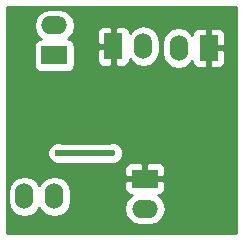
<source format=gtl>
G04 #@! TF.FileFunction,Copper,L1,Top,Signal*
%FSLAX46Y46*%
G04 Gerber Fmt 4.6, Leading zero omitted, Abs format (unit mm)*
G04 Created by KiCad (PCBNEW 0.201510241816+6277~30~ubuntu14.04.1-product) date 2015-10-26T15:41:35 CET*
%MOMM*%
G01*
G04 APERTURE LIST*
%ADD10C,0.100000*%
%ADD11R,2.197100X1.524000*%
%ADD12O,2.197100X1.524000*%
%ADD13R,1.524000X2.197100*%
%ADD14O,1.524000X2.197100*%
%ADD15O,1.524000X2.200000*%
%ADD16C,0.600000*%
%ADD17C,0.500000*%
%ADD18C,0.254000*%
G04 APERTURE END LIST*
D10*
D11*
X101993700Y-72707500D03*
D12*
X101993700Y-75247500D03*
D11*
X94335600Y-62280800D03*
D12*
X94335600Y-59740800D03*
D13*
X99314000Y-61493400D03*
D14*
X101854000Y-61493400D03*
D13*
X107391200Y-61645800D03*
D14*
X104851200Y-61645800D03*
D15*
X94335600Y-74218800D03*
X91795600Y-74218800D03*
D16*
X95885000Y-72390000D03*
X104267000Y-66230500D03*
X94678500Y-70548500D03*
X99250500Y-70548500D03*
D17*
X99250500Y-70548500D02*
X94678500Y-70548500D01*
D18*
G36*
X109678000Y-77293000D02*
X90347000Y-77293000D01*
X90347000Y-73846809D01*
X90398600Y-73846809D01*
X90398600Y-74590791D01*
X90504940Y-75125400D01*
X90807772Y-75578619D01*
X91260991Y-75881451D01*
X91795600Y-75987791D01*
X92330209Y-75881451D01*
X92783428Y-75578619D01*
X93065600Y-75156320D01*
X93347772Y-75578619D01*
X93800991Y-75881451D01*
X94335600Y-75987791D01*
X94870209Y-75881451D01*
X95323428Y-75578619D01*
X95544675Y-75247500D01*
X100226188Y-75247500D01*
X100332528Y-75782109D01*
X100635360Y-76235328D01*
X101088579Y-76538160D01*
X101623188Y-76644500D01*
X102364212Y-76644500D01*
X102898821Y-76538160D01*
X103352040Y-76235328D01*
X103654872Y-75782109D01*
X103761212Y-75247500D01*
X103654872Y-74712891D01*
X103352040Y-74259672D01*
X103119809Y-74104500D01*
X103218560Y-74104500D01*
X103451949Y-74007827D01*
X103630577Y-73829198D01*
X103727250Y-73595809D01*
X103727250Y-72993250D01*
X103568500Y-72834500D01*
X102120700Y-72834500D01*
X102120700Y-72854500D01*
X101866700Y-72854500D01*
X101866700Y-72834500D01*
X100418900Y-72834500D01*
X100260150Y-72993250D01*
X100260150Y-73595809D01*
X100356823Y-73829198D01*
X100535451Y-74007827D01*
X100768840Y-74104500D01*
X100867591Y-74104500D01*
X100635360Y-74259672D01*
X100332528Y-74712891D01*
X100226188Y-75247500D01*
X95544675Y-75247500D01*
X95626260Y-75125400D01*
X95732600Y-74590791D01*
X95732600Y-73846809D01*
X95626260Y-73312200D01*
X95323428Y-72858981D01*
X94870209Y-72556149D01*
X94335600Y-72449809D01*
X93800991Y-72556149D01*
X93347772Y-72858981D01*
X93065600Y-73281280D01*
X92783428Y-72858981D01*
X92330209Y-72556149D01*
X91795600Y-72449809D01*
X91260991Y-72556149D01*
X90807772Y-72858981D01*
X90504940Y-73312200D01*
X90398600Y-73846809D01*
X90347000Y-73846809D01*
X90347000Y-71819191D01*
X100260150Y-71819191D01*
X100260150Y-72421750D01*
X100418900Y-72580500D01*
X101866700Y-72580500D01*
X101866700Y-71469250D01*
X102120700Y-71469250D01*
X102120700Y-72580500D01*
X103568500Y-72580500D01*
X103727250Y-72421750D01*
X103727250Y-71819191D01*
X103630577Y-71585802D01*
X103451949Y-71407173D01*
X103218560Y-71310500D01*
X102279450Y-71310500D01*
X102120700Y-71469250D01*
X101866700Y-71469250D01*
X101707950Y-71310500D01*
X100768840Y-71310500D01*
X100535451Y-71407173D01*
X100356823Y-71585802D01*
X100260150Y-71819191D01*
X90347000Y-71819191D01*
X90347000Y-70733667D01*
X93743338Y-70733667D01*
X93885383Y-71077443D01*
X94148173Y-71340692D01*
X94491701Y-71483338D01*
X94863667Y-71483662D01*
X94985069Y-71433500D01*
X98943678Y-71433500D01*
X99063701Y-71483338D01*
X99435667Y-71483662D01*
X99779443Y-71341617D01*
X100042692Y-71078827D01*
X100185338Y-70735299D01*
X100185662Y-70363333D01*
X100043617Y-70019557D01*
X99780827Y-69756308D01*
X99437299Y-69613662D01*
X99065333Y-69613338D01*
X98943931Y-69663500D01*
X94985322Y-69663500D01*
X94865299Y-69613662D01*
X94493333Y-69613338D01*
X94149557Y-69755383D01*
X93886308Y-70018173D01*
X93743662Y-70361701D01*
X93743338Y-70733667D01*
X90347000Y-70733667D01*
X90347000Y-59740800D01*
X92568088Y-59740800D01*
X92674428Y-60275409D01*
X92977260Y-60728628D01*
X93201019Y-60878140D01*
X93001733Y-60915638D01*
X92785609Y-61054710D01*
X92640619Y-61266910D01*
X92589610Y-61518800D01*
X92589610Y-63042800D01*
X92633888Y-63278117D01*
X92772960Y-63494241D01*
X92985160Y-63639231D01*
X93237050Y-63690240D01*
X95434150Y-63690240D01*
X95669467Y-63645962D01*
X95885591Y-63506890D01*
X96030581Y-63294690D01*
X96081590Y-63042800D01*
X96081590Y-61779150D01*
X97917000Y-61779150D01*
X97917000Y-62718260D01*
X98013673Y-62951649D01*
X98192302Y-63130277D01*
X98425691Y-63226950D01*
X99028250Y-63226950D01*
X99187000Y-63068200D01*
X99187000Y-61620400D01*
X98075750Y-61620400D01*
X97917000Y-61779150D01*
X96081590Y-61779150D01*
X96081590Y-61518800D01*
X96037312Y-61283483D01*
X95898240Y-61067359D01*
X95686040Y-60922369D01*
X95469587Y-60878536D01*
X95693940Y-60728628D01*
X95996772Y-60275409D01*
X95998138Y-60268540D01*
X97917000Y-60268540D01*
X97917000Y-61207650D01*
X98075750Y-61366400D01*
X99187000Y-61366400D01*
X99187000Y-59918600D01*
X99441000Y-59918600D01*
X99441000Y-61366400D01*
X99461000Y-61366400D01*
X99461000Y-61620400D01*
X99441000Y-61620400D01*
X99441000Y-63068200D01*
X99599750Y-63226950D01*
X100202309Y-63226950D01*
X100435698Y-63130277D01*
X100614327Y-62951649D01*
X100711000Y-62718260D01*
X100711000Y-62619509D01*
X100866172Y-62851740D01*
X101319391Y-63154572D01*
X101854000Y-63260912D01*
X102388609Y-63154572D01*
X102841828Y-62851740D01*
X103144660Y-62398521D01*
X103251000Y-61863912D01*
X103251000Y-61275288D01*
X103454200Y-61275288D01*
X103454200Y-62016312D01*
X103560540Y-62550921D01*
X103863372Y-63004140D01*
X104316591Y-63306972D01*
X104851200Y-63413312D01*
X105385809Y-63306972D01*
X105839028Y-63004140D01*
X105994200Y-62771909D01*
X105994200Y-62870660D01*
X106090873Y-63104049D01*
X106269502Y-63282677D01*
X106502891Y-63379350D01*
X107105450Y-63379350D01*
X107264200Y-63220600D01*
X107264200Y-61772800D01*
X107518200Y-61772800D01*
X107518200Y-63220600D01*
X107676950Y-63379350D01*
X108279509Y-63379350D01*
X108512898Y-63282677D01*
X108691527Y-63104049D01*
X108788200Y-62870660D01*
X108788200Y-61931550D01*
X108629450Y-61772800D01*
X107518200Y-61772800D01*
X107264200Y-61772800D01*
X107244200Y-61772800D01*
X107244200Y-61518800D01*
X107264200Y-61518800D01*
X107264200Y-60071000D01*
X107518200Y-60071000D01*
X107518200Y-61518800D01*
X108629450Y-61518800D01*
X108788200Y-61360050D01*
X108788200Y-60420940D01*
X108691527Y-60187551D01*
X108512898Y-60008923D01*
X108279509Y-59912250D01*
X107676950Y-59912250D01*
X107518200Y-60071000D01*
X107264200Y-60071000D01*
X107105450Y-59912250D01*
X106502891Y-59912250D01*
X106269502Y-60008923D01*
X106090873Y-60187551D01*
X105994200Y-60420940D01*
X105994200Y-60519691D01*
X105839028Y-60287460D01*
X105385809Y-59984628D01*
X104851200Y-59878288D01*
X104316591Y-59984628D01*
X103863372Y-60287460D01*
X103560540Y-60740679D01*
X103454200Y-61275288D01*
X103251000Y-61275288D01*
X103251000Y-61122888D01*
X103144660Y-60588279D01*
X102841828Y-60135060D01*
X102388609Y-59832228D01*
X101854000Y-59725888D01*
X101319391Y-59832228D01*
X100866172Y-60135060D01*
X100711000Y-60367291D01*
X100711000Y-60268540D01*
X100614327Y-60035151D01*
X100435698Y-59856523D01*
X100202309Y-59759850D01*
X99599750Y-59759850D01*
X99441000Y-59918600D01*
X99187000Y-59918600D01*
X99028250Y-59759850D01*
X98425691Y-59759850D01*
X98192302Y-59856523D01*
X98013673Y-60035151D01*
X97917000Y-60268540D01*
X95998138Y-60268540D01*
X96103112Y-59740800D01*
X95996772Y-59206191D01*
X95693940Y-58752972D01*
X95240721Y-58450140D01*
X94706112Y-58343800D01*
X93965088Y-58343800D01*
X93430479Y-58450140D01*
X92977260Y-58752972D01*
X92674428Y-59206191D01*
X92568088Y-59740800D01*
X90347000Y-59740800D01*
X90347000Y-58216000D01*
X109678000Y-58216000D01*
X109678000Y-77293000D01*
X109678000Y-77293000D01*
G37*
X109678000Y-77293000D02*
X90347000Y-77293000D01*
X90347000Y-73846809D01*
X90398600Y-73846809D01*
X90398600Y-74590791D01*
X90504940Y-75125400D01*
X90807772Y-75578619D01*
X91260991Y-75881451D01*
X91795600Y-75987791D01*
X92330209Y-75881451D01*
X92783428Y-75578619D01*
X93065600Y-75156320D01*
X93347772Y-75578619D01*
X93800991Y-75881451D01*
X94335600Y-75987791D01*
X94870209Y-75881451D01*
X95323428Y-75578619D01*
X95544675Y-75247500D01*
X100226188Y-75247500D01*
X100332528Y-75782109D01*
X100635360Y-76235328D01*
X101088579Y-76538160D01*
X101623188Y-76644500D01*
X102364212Y-76644500D01*
X102898821Y-76538160D01*
X103352040Y-76235328D01*
X103654872Y-75782109D01*
X103761212Y-75247500D01*
X103654872Y-74712891D01*
X103352040Y-74259672D01*
X103119809Y-74104500D01*
X103218560Y-74104500D01*
X103451949Y-74007827D01*
X103630577Y-73829198D01*
X103727250Y-73595809D01*
X103727250Y-72993250D01*
X103568500Y-72834500D01*
X102120700Y-72834500D01*
X102120700Y-72854500D01*
X101866700Y-72854500D01*
X101866700Y-72834500D01*
X100418900Y-72834500D01*
X100260150Y-72993250D01*
X100260150Y-73595809D01*
X100356823Y-73829198D01*
X100535451Y-74007827D01*
X100768840Y-74104500D01*
X100867591Y-74104500D01*
X100635360Y-74259672D01*
X100332528Y-74712891D01*
X100226188Y-75247500D01*
X95544675Y-75247500D01*
X95626260Y-75125400D01*
X95732600Y-74590791D01*
X95732600Y-73846809D01*
X95626260Y-73312200D01*
X95323428Y-72858981D01*
X94870209Y-72556149D01*
X94335600Y-72449809D01*
X93800991Y-72556149D01*
X93347772Y-72858981D01*
X93065600Y-73281280D01*
X92783428Y-72858981D01*
X92330209Y-72556149D01*
X91795600Y-72449809D01*
X91260991Y-72556149D01*
X90807772Y-72858981D01*
X90504940Y-73312200D01*
X90398600Y-73846809D01*
X90347000Y-73846809D01*
X90347000Y-71819191D01*
X100260150Y-71819191D01*
X100260150Y-72421750D01*
X100418900Y-72580500D01*
X101866700Y-72580500D01*
X101866700Y-71469250D01*
X102120700Y-71469250D01*
X102120700Y-72580500D01*
X103568500Y-72580500D01*
X103727250Y-72421750D01*
X103727250Y-71819191D01*
X103630577Y-71585802D01*
X103451949Y-71407173D01*
X103218560Y-71310500D01*
X102279450Y-71310500D01*
X102120700Y-71469250D01*
X101866700Y-71469250D01*
X101707950Y-71310500D01*
X100768840Y-71310500D01*
X100535451Y-71407173D01*
X100356823Y-71585802D01*
X100260150Y-71819191D01*
X90347000Y-71819191D01*
X90347000Y-70733667D01*
X93743338Y-70733667D01*
X93885383Y-71077443D01*
X94148173Y-71340692D01*
X94491701Y-71483338D01*
X94863667Y-71483662D01*
X94985069Y-71433500D01*
X98943678Y-71433500D01*
X99063701Y-71483338D01*
X99435667Y-71483662D01*
X99779443Y-71341617D01*
X100042692Y-71078827D01*
X100185338Y-70735299D01*
X100185662Y-70363333D01*
X100043617Y-70019557D01*
X99780827Y-69756308D01*
X99437299Y-69613662D01*
X99065333Y-69613338D01*
X98943931Y-69663500D01*
X94985322Y-69663500D01*
X94865299Y-69613662D01*
X94493333Y-69613338D01*
X94149557Y-69755383D01*
X93886308Y-70018173D01*
X93743662Y-70361701D01*
X93743338Y-70733667D01*
X90347000Y-70733667D01*
X90347000Y-59740800D01*
X92568088Y-59740800D01*
X92674428Y-60275409D01*
X92977260Y-60728628D01*
X93201019Y-60878140D01*
X93001733Y-60915638D01*
X92785609Y-61054710D01*
X92640619Y-61266910D01*
X92589610Y-61518800D01*
X92589610Y-63042800D01*
X92633888Y-63278117D01*
X92772960Y-63494241D01*
X92985160Y-63639231D01*
X93237050Y-63690240D01*
X95434150Y-63690240D01*
X95669467Y-63645962D01*
X95885591Y-63506890D01*
X96030581Y-63294690D01*
X96081590Y-63042800D01*
X96081590Y-61779150D01*
X97917000Y-61779150D01*
X97917000Y-62718260D01*
X98013673Y-62951649D01*
X98192302Y-63130277D01*
X98425691Y-63226950D01*
X99028250Y-63226950D01*
X99187000Y-63068200D01*
X99187000Y-61620400D01*
X98075750Y-61620400D01*
X97917000Y-61779150D01*
X96081590Y-61779150D01*
X96081590Y-61518800D01*
X96037312Y-61283483D01*
X95898240Y-61067359D01*
X95686040Y-60922369D01*
X95469587Y-60878536D01*
X95693940Y-60728628D01*
X95996772Y-60275409D01*
X95998138Y-60268540D01*
X97917000Y-60268540D01*
X97917000Y-61207650D01*
X98075750Y-61366400D01*
X99187000Y-61366400D01*
X99187000Y-59918600D01*
X99441000Y-59918600D01*
X99441000Y-61366400D01*
X99461000Y-61366400D01*
X99461000Y-61620400D01*
X99441000Y-61620400D01*
X99441000Y-63068200D01*
X99599750Y-63226950D01*
X100202309Y-63226950D01*
X100435698Y-63130277D01*
X100614327Y-62951649D01*
X100711000Y-62718260D01*
X100711000Y-62619509D01*
X100866172Y-62851740D01*
X101319391Y-63154572D01*
X101854000Y-63260912D01*
X102388609Y-63154572D01*
X102841828Y-62851740D01*
X103144660Y-62398521D01*
X103251000Y-61863912D01*
X103251000Y-61275288D01*
X103454200Y-61275288D01*
X103454200Y-62016312D01*
X103560540Y-62550921D01*
X103863372Y-63004140D01*
X104316591Y-63306972D01*
X104851200Y-63413312D01*
X105385809Y-63306972D01*
X105839028Y-63004140D01*
X105994200Y-62771909D01*
X105994200Y-62870660D01*
X106090873Y-63104049D01*
X106269502Y-63282677D01*
X106502891Y-63379350D01*
X107105450Y-63379350D01*
X107264200Y-63220600D01*
X107264200Y-61772800D01*
X107518200Y-61772800D01*
X107518200Y-63220600D01*
X107676950Y-63379350D01*
X108279509Y-63379350D01*
X108512898Y-63282677D01*
X108691527Y-63104049D01*
X108788200Y-62870660D01*
X108788200Y-61931550D01*
X108629450Y-61772800D01*
X107518200Y-61772800D01*
X107264200Y-61772800D01*
X107244200Y-61772800D01*
X107244200Y-61518800D01*
X107264200Y-61518800D01*
X107264200Y-60071000D01*
X107518200Y-60071000D01*
X107518200Y-61518800D01*
X108629450Y-61518800D01*
X108788200Y-61360050D01*
X108788200Y-60420940D01*
X108691527Y-60187551D01*
X108512898Y-60008923D01*
X108279509Y-59912250D01*
X107676950Y-59912250D01*
X107518200Y-60071000D01*
X107264200Y-60071000D01*
X107105450Y-59912250D01*
X106502891Y-59912250D01*
X106269502Y-60008923D01*
X106090873Y-60187551D01*
X105994200Y-60420940D01*
X105994200Y-60519691D01*
X105839028Y-60287460D01*
X105385809Y-59984628D01*
X104851200Y-59878288D01*
X104316591Y-59984628D01*
X103863372Y-60287460D01*
X103560540Y-60740679D01*
X103454200Y-61275288D01*
X103251000Y-61275288D01*
X103251000Y-61122888D01*
X103144660Y-60588279D01*
X102841828Y-60135060D01*
X102388609Y-59832228D01*
X101854000Y-59725888D01*
X101319391Y-59832228D01*
X100866172Y-60135060D01*
X100711000Y-60367291D01*
X100711000Y-60268540D01*
X100614327Y-60035151D01*
X100435698Y-59856523D01*
X100202309Y-59759850D01*
X99599750Y-59759850D01*
X99441000Y-59918600D01*
X99187000Y-59918600D01*
X99028250Y-59759850D01*
X98425691Y-59759850D01*
X98192302Y-59856523D01*
X98013673Y-60035151D01*
X97917000Y-60268540D01*
X95998138Y-60268540D01*
X96103112Y-59740800D01*
X95996772Y-59206191D01*
X95693940Y-58752972D01*
X95240721Y-58450140D01*
X94706112Y-58343800D01*
X93965088Y-58343800D01*
X93430479Y-58450140D01*
X92977260Y-58752972D01*
X92674428Y-59206191D01*
X92568088Y-59740800D01*
X90347000Y-59740800D01*
X90347000Y-58216000D01*
X109678000Y-58216000D01*
X109678000Y-77293000D01*
M02*

</source>
